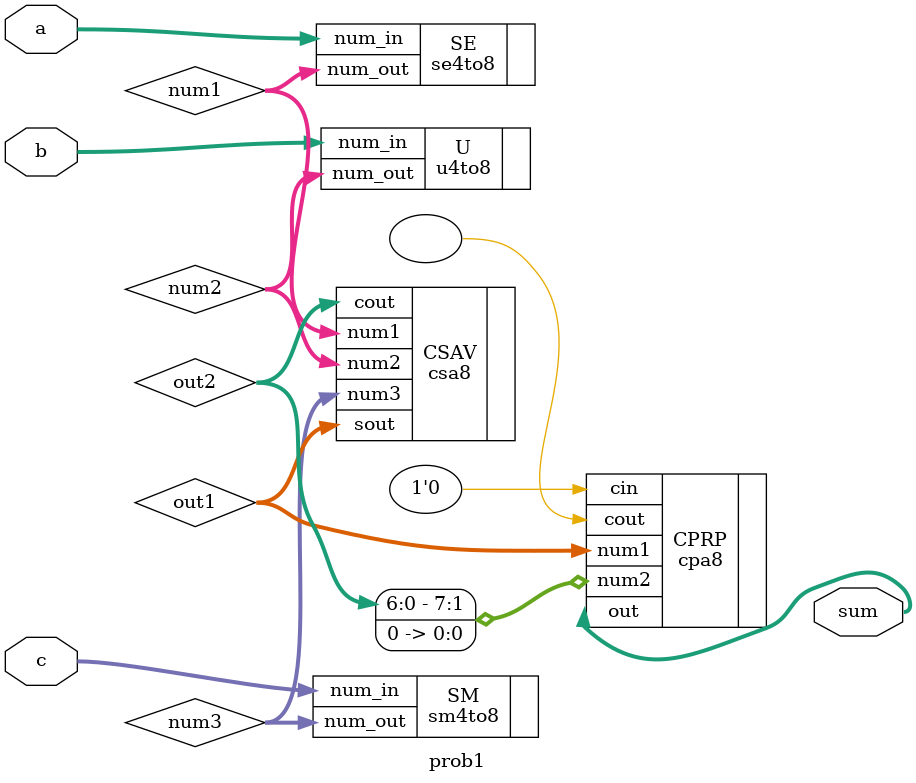
<source format=v>
module prob1 (
	input [3:0] a, // in 2's 1.3 format
	input [3:0] b, // in unsigned 3.1 format
	input [3:0] c, // in sign&mag M1.2 format
	output [7:0] sum);

	wire [7:0] num1, num2, num3, out1, out2;
	
	se4to8 SE (.num_in(a), .num_out(num1));
	u4to8 U (.num_in(b), .num_out(num2));
	sm4to8 SM (.num_in(c), .num_out(num3));

	csa8 CSAV (.num1(num1), .num2(num2), .num3(num3), .sout(out1), .cout(out2));
	cpa8 CPRP (.num1(out1), .num2({out2[6:0], 1'b0}), .cin(1'b0), .out(sum), .cout());
endmodule
</source>
